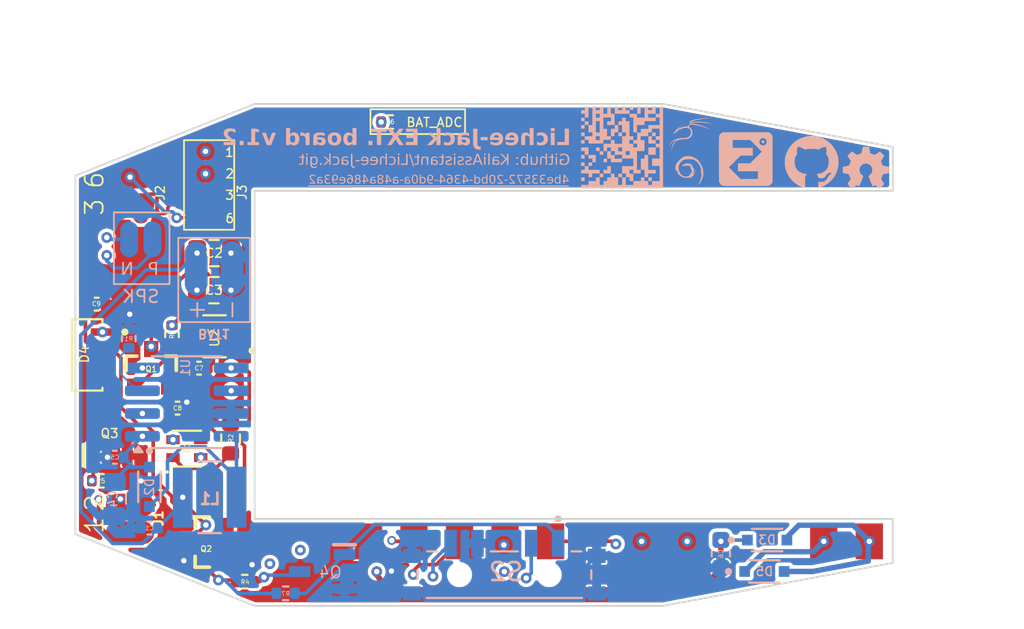
<source format=kicad_pcb>
(kicad_pcb (version 20241229) (generator "pcbnew") (generator_version "9.0")
  (title_block (title "Lichee-Jack EXT. Board") (date "2025-11-06") (rev "1.2") (company "KaliAssistant"))
  (layers (0 "F.Cu" signal) (4 "In1.Cu" signal) (6 "In2.Cu" signal) (2 "B.Cu" signal) (13 "F.Paste" user) (15 "B.Paste" user) (5 "F.SilkS" user "F.Silkscreen") (7 "B.SilkS" user "B.Silkscreen") (1 "F.Mask" user) (3 "B.Mask" user) (25 "Edge.Cuts" user))
  (net 0 "")
  (net 1 "Net-(U1-LX)")
  (net 2 "Net-(U1-VOUT)")
  (net 3 "PWR_IN")
  (net 4 "Net-(U1-VCC)")
  (net 5 "Net-(U2-VOUT)")
  (net 6 "Net-(U2-ST)")
  (net 7 "PWR_OUT")
  (net 8 "GNDREF")
  (net 9 "GPIO_27")
  (net 10 "Net-(D4-VSS)")
  (net 11 "ETH_TD-")
  (net 12 "GPIO_15")
  (net 13 "Net-(U1-{slash}STDBY)")
  (net 14 "Net-(U1-PROG)")
  (net 15 "Net-(U1-{slash}CHRG)")
  (net 17 "Net-(D1-Pad1)")
  (net 19 "GPIO_25")
  (net 20 "ADC")
  (net 24 "Net-(Q2-Pad1)")
  (net 25 "Net-(BAT1-BAT+)")
  (net 26 "ETH_TD+")
  (net 27 "ETH_RD+")
  (net 28 "ETH_RD-")
  (net 29 "SPK_VON")
  (net 30 "SPK_VOP")
  (net 31 "GPIO_24")
  (net 32 "PWR_SW")
  (footprint "LED-RGB-0603:LED_OSTB0603C1C" (layer "F.Cu") (at 58.57 77.68 90)
    (property "Reference" "D1")
    (property "Value" "OSTB0603C1C")
  )
  (footprint "ETHPAD:ETHPAD" (layer "F.Cu") (at 55.4 63.3 180)
    (property "Reference" "J2")
    (property "Value" "ETH100M_3-6")
  )
  (footprint "Resistor_SMD:R_0402_1005Metric" (layer "F.Cu") (at 61.8 85.1)
    (property "Reference" "R4")
    (property "Value" "10k")
  )
  (footprint "Resistor_SMD:R_0402_1005Metric" (layer "F.Cu") (at 57.74 71.31 -90)
    (property "Reference" "R3")
    (property "Value" "100k")
  )
  (footprint "Capacitor_SMD:C_0402_1005Metric" (layer "F.Cu") (at 59.25 73.19 180)
    (property "Reference" "C7")
    (property "Value" "1uF")
  )
  (footprint "AO3401A:SOT23-3" (layer "F.Cu") (at 56.58 73.22 -90)
    (property "Reference" "Q1")
    (property "Value" "AO3401A")
  )
  (footprint "ETHPAD:ETHCON" (layer "F.Cu") (at 59.61 62.97)
    (property "Reference" "J3")
    (property "Value" "ETH100M-1236")
  )
  (footprint "Resistor_SMD:R_0402_1005Metric" (layer "F.Cu") (at 53.78 79.47)
    (property "Reference" "R5")
    (property "Value" "10k")
  )
  (footprint "AO3400:SOT95P280X125-3N" (layer "F.Cu") (at 54.29 76.8 90)
    (property "Reference" "Q3")
    (property "Value" "AO3400")
  )
  (footprint "WS2812B-SIDE-4020:LED_WS2812B-4020" (layer "F.Cu") (at 53.01 72.45 90)
    (property "Reference" "D4")
    (property "Value" "WS2812B-4020")
  )
  (footprint "Resistor_SMD:R_0402_1005Metric" (layer "F.Cu") (at 69.92 59.46 180)
    (property "Reference" "R6")
    (property "Value" "0R")
  )
  (footprint "Capacitor_SMD:C_0402_1005Metric" (layer "F.Cu") (at 58.05 75.42)
    (property "Reference" "C8")
    (property "Value" "100nF")
  )
  (footprint "LM66100DCKX:SOT65P210X110-6N" (layer "F.Cu") (at 60.11 71.41 180)
    (property "Reference" "U2")
    (property "Value" "LM66100DCKR")
  )
  (footprint "LicheeRV-NANO:LicheeRV_Nano_MD" (layer "F.Cu") (at 80.15 72.45)
    (property "Reference" "U3" (hide yes))
    (property "Value" "LicheeRV_Nano" (hide yes))
    (fp_line (start -27.8 -10) (end -27.8 10) (stroke (width 0.1)) (layer "Edge.Cuts"))
    (fp_line (start -17.8 -14) (end -27.8 -10) (stroke (width 0.1)) (layer "Edge.Cuts"))
    (fp_line (start -17.8 -9.15) (end -17.8 9.15) (stroke (width 0.1)) (layer "Edge.Cuts"))
    (fp_line (start -17.8 -9.15) (end 17.8 -9.15) (stroke (width 0.1)) (layer "Edge.Cuts"))
    (fp_line (start -17.8 9.15) (end 17.8 9.15) (stroke (width 0.1)) (layer "Edge.Cuts"))
    (fp_line (start -17.8 14) (end -27.8 10) (stroke (width 0.1)) (layer "Edge.Cuts"))
    (fp_line (start 5 -14) (end -17.8 -14) (stroke (width 0.1)) (layer "Edge.Cuts"))
    (fp_line (start 5 -14) (end 17.8 -11.6) (stroke (width 0.1)) (layer "Edge.Cuts"))
    (fp_line (start 5 14) (end -17.8 14) (stroke (width 0.1)) (layer "Edge.Cuts"))
    (fp_line (start 5 14) (end 17.8 11.6) (stroke (width 0.1)) (layer "Edge.Cuts"))
    (fp_line (start 17.8 -11.6) (end 17.8 -9.15) (stroke (width 0.1)) (layer "Edge.Cuts"))
    (fp_line (start 17.8 9.15) (end 17.8 11.6) (stroke (width 0.1)) (layer "Edge.Cuts"))
  )
  (footprint "Capacitor_SMD:C_0805_2012Metric" (layer "F.Cu") (at 60.09 66.77)
    (property "Reference" "C2")
    (property "Value" "22uF")
  )
  (footprint "AO3401A:SOT23-3" (layer "F.Cu") (at 59.73 82.89)
    (property "Reference" "Q2")
    (property "Value" "AO3401A")
  )
  (footprint "Capacitor_SMD:C_0402_1005Metric" (layer "F.Cu") (at 53.54 69.62)
    (property "Reference" "C9")
    (property "Value" "100nF")
  )
  (footprint "Resistor_SMD:R_0603_1608Metric" (layer "F.Cu") (at 61.01 77.12 -90)
    (property "Reference" "R2")
    (property "Value" "1k")
  )
  (footprint "Capacitor_SMD:C_0805_2012Metric" (layer "F.Cu") (at 60.08 68.84)
    (property "Reference" "C3")
    (property "Value" "22uF")
  )
  (footprint "ETHPAD:ETHPAD" (layer "F.Cu") (at 55.4 81.6 180)
    (property "Reference" "J1")
    (property "Value" "ETH100M_1-2")
  )
  (footprint "Capacitor_SMD:C_0402_1005Metric" (layer "B.Cu") (at 56.48 82.11 180)
    (property "Reference" "C1")
    (property "Value" "100nF")
  )
  (footprint "ASPI-4030S-XXM-T:ASPI-4030S-XXXM-T" (layer "B.Cu") (at 59.84 80.39 180)
    (property "Reference" "L1")
    (property "Value" "10uH")
  )
  (footprint "Package_SO:SOIC-8-1EP_3.9x4.9mm_P1.27mm_EP2.29x3mm" (layer "B.Cu") (at 58.565 75.085)
    (property "Reference" "U1")
    (property "Value" "TP5400")
  )
  (footprint "PMEG4010CEJ_115:DIO_PMEG4010CEJ_115" (layer "B.Cu") (at 90.7874 84.5312)
    (property "Reference" "D5")
    (property "Value" "SS1X-323")
  )
  (footprint "AO3400:SOT95P280X125-3N" (layer "B.Cu") (at 66.11 84.54 180)
    (property "Reference" "Q4")
    (property "Value" "AO3400")
  )
  (footprint "Capacitor_SMD:C_0402_1005Metric" (layer "B.Cu") (at 54.55 78.16 180)
    (property "Reference" "C5")
    (property "Value" "100nF")
  )
  (footprint "BAT_CONN:BAT_PAD" (layer "B.Cu") (at 60.09 67.62 -90)
    (property "Reference" "BAT1")
    (property "Value" "3.7V 402030 , 200mAH")
  )
  (footprint "SPK_PAD:SPK_PAD" (layer "B.Cu") (at 56 66 180)
    (property "Reference" "J4" (hide yes))
    (property "Value" "SPEAKER_1W")
  )
  (footprint "UUID:4be33572-20bd-4364-9d0a-a48a486e93a2" (layer "B.Cu") (at 82.85 60.875 180)
    (property "Reference" "G***" (hide yes))
    (property "Value" "LOGO" (hide yes))
  )
  (footprint "ICON:sipeed_logo_3x3" (layer "B.Cu") (at 89.75 61.525 180)
    (property "Reference" "G***" (hide yes))
    (property "Value" "LOGO" (hide yes))
  )
  (footprint "Resistor_SMD:R_0402_1005Metric" (layer "B.Cu") (at 55.33 71.54 90)
    (property "Reference" "R1")
    (property "Value" "5k")
  )
  (footprint "Capacitor_SMD:C_0805_2012Metric" (layer "B.Cu") (at 54.44 80.49 -90)
    (property "Reference" "C4")
    (property "Value" "47uF")
  )
  (footprint "ICON:github_3x3" (layer "B.Cu") (at 93.425 61.675 180)
    (property "Reference" "G***" (hide yes))
    (property "Value" "LOGO" (hide yes))
  )
  (footprint "Resistor_SMD:R_0402_1005Metric" (layer "B.Cu") (at 64.08 85.75 180)
    (property "Reference" "R7")
    (property "Value" "10k")
  )
  (footprint "Capacitor_SMD:C_0603_1608Metric" (layer "B.Cu") (at 88.36 83.55 -90)
    (property "Reference" "C6")
    (property "Value" "10uF")
  )
  (footprint "PMEG4010CEJ_115:DIO_PMEG4010CEJ_115" (layer "B.Cu") (at 90.94 82.78)
    (property "Reference" "D3")
    (property "Value" "SS1X-323")
  )
  (footprint "PMEG4010CEJ_115:DIO_PMEG4010CEJ_115" (layer "B.Cu") (at 56.48 79.81 -90)
    (property "Reference" "D2")
    (property "Value" "SS1X-323")
  )
  (footprint "ICON:kali_2_5x2_5" (layer "B.Cu") (at 86.75 60.175 180)
    (property "Reference" "G***" (hide yes))
    (property "Value" "LOGO" (hide yes))
  )
  (footprint "EG1315AA:SW_EG1315AA" (layer "B.Cu") (at 76.28 84.71 180)
    (property "Reference" "S2")
    (property "Value" "EG1315AA_MOD_SW")
  )
  (footprint "ICON:debian_2x2" (layer "B.Cu") (at 86.6 62.175 180)
    (property "Reference" "G***" (hide yes))
    (property "Value" "LOGO" (hide yes))
  )
  (footprint "ICON:oshw_3x3" (layer "B.Cu") (at 96.45 62 180)
    (property "Reference" "G***" (hide yes))
    (property "Value" "LOGO" (hide yes))
  )
  (gr_rect (start 68.81 58.75) (end 74.09 60.13) (stroke (width 0.1)) (fill no) (layer "F.SilkS"))
  (gr_line (start 65.375 63.025) (end 79.85 63.025) (stroke (width 0.06)) (layer "B.SilkS"))
  (gr_rect (start 54.5 64.5) (end 57.6 68.5) (stroke (width 0.1)) (fill no) (layer "B.SilkS"))
  (gr_text "2" (at 54 81.25 90) (layer "F.SilkS") (effects (font (size 1 1) (thickness 0.1)) (justify left bottom)))
  (gr_text "1" (at 54 82.5 90) (layer "F.SilkS") (effects (font (size 1 1) (thickness 0.1)) (justify left bottom)))
  (gr_text "6" (at 54 63.25 90) (layer "F.SilkS") (effects (font (size 1 1) (thickness 0.1)) (justify left bottom)))
  (gr_text "BAT_ADC" (at 70.77 59.77 0) (layer "F.SilkS") (effects (font (size 0.5 0.5) (thickness 0.08)) (justify left bottom)))
  (gr_text "3" (at 54 64.75 90) (layer "F.SilkS") (effects (font (size 1 1) (thickness 0.1)) (justify left bottom)))
  (gr_text "SPK" (at 57.1 69.6 0) (layer "B.SilkS") (effects (font (size 0.7 0.7) (thickness 0.1)) (justify left bottom mirror)))
  (gr_text "Lichee-Jack EXT. board v1.2" (at 80 60.9 0) (layer "B.SilkS") (effects (font (size 0.9 0.9) (thickness 0.22) (bold yes)) (justify left bottom mirror)))
  (gr_text "N" (at 55.6 68.1 0) (layer "B.SilkS") (effects (font (size 0.7 0.7) (thickness 0.1)) (justify left bottom mirror)))
  (gr_text "4be33572-20bd-4364-9d0a-a48a486e93a2" (at 79.9 62.975 0) (layer "B.SilkS") (effects (font (size 0.48 0.48) (thickness 0.1)) (justify left bottom mirror)))
  (gr_text "P" (at 57 68.1 0) (layer "B.SilkS") (effects (font (size 0.7 0.7) (thickness 0.1)) (justify left bottom mirror)))
  (gr_text "Github: KaliAssistant/Lichee-Jack.git" (at 79.95 61.95 0) (layer "B.SilkS") (effects (font (size 0.6 0.6) (thickness 0.1)) (justify left bottom mirror)))
  (segment (start 59.593943 77.579) (end 61.34 79.325057) (width 0.2) (layer "B.Cu") (net 1))
  (segment (start 56.48 80.91) (end 57.489 79.901) (width 0.2) (layer "B.Cu") (net 1))
  (segment (start 58.299 77.579) (end 59.593943 77.579) (width 0.2) (layer "B.Cu") (net 1))
  (segment (start 57.489 79.901) (end 57.489 78.389) (width 0.2) (layer "B.Cu") (net 1))
  (segment (start 61.339999 77.289999) (end 61.04 76.99) (width 0.2) (layer "B.Cu") (net 1))
  (segment (start 57.489 78.389) (end 58.299 77.579) (width 0.2) (layer "B.Cu") (net 1))
  (segment (start 61.34 79.325057) (end 61.34 80.39) (width 0.2) (layer "B.Cu") (net 1))
  (segment (start 61.34 80.39) (end 61.339999 77.289999) (width 0.2) (layer "B.Cu") (net 1))
  (segment (start 59.61516 67.814) (end 58.64484 67.814) (width 0.2) (layer "F.Cu") (net 2))
  (segment (start 59.931 69.621) (end 59.931 68.12984) (width 0.2) (layer "F.Cu") (net 2))
  (segment (start 61.07 70.76) (end 59.931 69.621) (width 0.2) (layer "F.Cu") (net 2))
  (segment (start 59.931 68.12984) (end 59.61516 67.814) (width 0.2) (layer "F.Cu") (net 2))
  (segment (start 56.58 69.87884) (end 56.58 71.98) (width 0.2) (layer "F.Cu") (net 2))
  (segment (start 56.58 71.98) (end 56.58 72.12) (width 0.2) (layer "F.Cu") (net 2))
  (segment (start 58.64484 67.814) (end 56.58 69.87884) (width 0.2) (layer "F.Cu") (net 2))
  (via (at 56.09 76.99) (size 0.6) (drill 0.3) (layers "F.Cu" "B.Cu") (net 2))
  (via (at 56.58 71.98) (size 0.6) (drill 0.3) (layers "F.Cu" "B.Cu") (net 2))
  (segment (start 54.44 79.54) (end 55.27 78.71) (width 0.2) (layer "B.Cu") (net 2))
  (segment (start 55.58 78.71) (end 55.03 78.16) (width 0.2) (layer "B.Cu") (net 2))
  (segment (start 55.03 78.16) (end 55.03 78.05) (width 0.2) (layer "B.Cu") (net 2))
  (segment (start 56.48 78.71) (end 55.58 78.71) (width 0.2) (layer "B.Cu") (net 2))
  (segment (start 55.27 78.71) (end 55.58 78.71) (width 0.2) (layer "B.Cu") (net 2))
  (segment (start 55.03 78.05) (end 56.09 76.99) (width 0.2) (layer "B.Cu") (net 2))
  (segment (start 57.74 70.8) (end 58.281 70.259) (width 0.2) (layer "F.Cu") (net 3))
  (segment (start 60.046 70.463226) (end 60.046 71.631) (width 0.2) (layer "F.Cu") (net 3))
  (segment (start 59.73 73.19) (end 60.046 72.874) (width 0.2) (layer "F.Cu") (net 3))
  (segment (start 60.046 72.874) (end 60.046 71.631) (width 0.2) (layer "F.Cu") (net 3))
  (segment (start 60.046 71.631) (end 60.475 72.06) (width 0.2) (layer "F.Cu") (net 3))
  (segment (start 59.841774 70.259) (end 60.046 70.463226) (width 0.2) (layer "F.Cu") (net 3))
  (segment (start 58.281 70.259) (end 59.841774 70.259) (width 0.2) (layer "F.Cu") (net 3))
  (segment (start 60.475 72.06) (end 61.07 72.06) (width 0.2) (layer "F.Cu") (net 3))
  (via (at 96.64 82.85) (size 0.6) (drill 0.3) (layers "F.Cu" "B.Cu") (net 3))
  (via (at 57.74 70.8) (size 0.6) (drill 0.3) (layers "F.Cu" "B.Cu") (net 3))
  (segment (start 95.741 81.951) (end 92.709 81.951) (width 0.3) (layer "B.Cu") (net 3))
  (segment (start 92.04 82.62) (end 92.04 82.78) (width 0.3) (layer "B.Cu") (net 3))
  (segment (start 93.478978 84.5312) (end 96.583881 83.949031) (width 0.3) (layer "B.Cu") (net 3))
  (segment (start 92.709 81.951) (end 92.04 82.62) (width 0.3) (layer "B.Cu") (net 3))
  (segment (start 91.8874 84.5312) (end 93.478978 84.5312) (width 0.3) (layer "B.Cu") (net 3))
  (segment (start 96.583881 82.906119) (end 96.64 82.85) (width 0.3) (layer "B.Cu") (net 3))
  (segment (start 96.64 82.85) (end 95.741 81.951) (width 0.3) (layer "B.Cu") (net 3))
  (segment (start 96.583881 83.949031) (end 96.583881 82.906119) (width 0.3) (layer "B.Cu") (net 3))
  (segment (start 69.160632 84.537898) (end 69.160632 84.744663) (width 0.3) (layer "F.Cu") (net 4))
  (segment (start 61.01 76.295) (end 61.874 76.295) (width 0.2) (layer "F.Cu") (net 4))
  (segment (start 62.049 73.429) (end 61.8 73.18) (width 0.2) (layer "F.Cu") (net 4))
  (segment (start 87.199 85.561) (end 88.36 84.4) (width 0.3) (layer "F.Cu") (net 4))
  (segment (start 88.36 84.4) (end 88.36 82.849) (width 0.3) (layer "F.Cu") (net 4))
  (segment (start 69.160632 84.744663) (end 69.299 84.883031) (width 0.3) (layer "F.Cu") (net 4))
  (segment (start 61.8 73.18) (end 61.04 73.18) (width 0.2) (layer "F.Cu") (net 4))
  (segment (start 69.299 84.929) (end 69.931 85.561) (width 0.3) (layer "F.Cu") (net 4))
  (segment (start 69.931 85.561) (end 87.199 85.561) (width 0.3) (layer "F.Cu") (net 4))
  (segment (start 62.049 76.12) (end 62.049 73.429) (width 0.2) (layer "F.Cu") (net 4))
  (segment (start 61.874 76.295) (end 62.049 76.12) (width 0.2) (layer "F.Cu") (net 4))
  (segment (start 69.299 84.883031) (end 69.299 84.929) (width 0.3) (layer "F.Cu") (net 4))
  (via (at 69.160632 84.537898) (size 0.6) (drill 0.3) (layers "F.Cu" "B.Cu") (net 4))
  (via (at 88.36 82.849) (size 0.6) (drill 0.3) (layers "F.Cu" "B.Cu") (net 4))
  (via (at 61.04 73.18) (size 0.6) (drill 0.3) (layers "F.Cu" "B.Cu") (net 4))
  (segment (start 89.84 82.78) (end 88.365 82.78) (width 0.2) (layer "B.Cu") (net 4))
  (segment (start 88.365 82.78) (end 88.36 82.775) (width 0.2) (layer "B.Cu") (net 4))
  (segment (start 61.01355 81.65645) (end 61.786 80.884) (width 0.2) (layer "F.Cu") (net 5))
  (segment (start 59.979 82.691) (end 60.73 81.94) (width 0.2) (layer "F.Cu") (net 5))
  (segment (start 60.402 77.01) (end 59.423 76.031) (width 0.2) (layer "F.Cu") (net 5))
  (segment (start 59.423 76.031) (end 58.181 76.031) (width 0.2) (layer "F.Cu") (net 5))
  (segment (start 60.33 85.01) (end 61.2 85.01) (width 0.2) (layer "F.Cu") (net 5))
  (segment (start 61.264064 77.01) (end 60.402 77.01) (width 0.2) (layer "F.Cu") (net 5))
  (segment (start 60.33 85.01) (end 59.979 84.659) (width 0.2) (layer "F.Cu") (net 5))
  (segment (start 57.53 74.22) (end 57.53 73.085) (width 0.2) (layer "F.Cu") (net 5))
  (segment (start 57.57 75.42) (end 57.57 74.26) (width 0.2) (layer "F.Cu") (net 5))
  (segment (start 57.57 74.26) (end 57.53 74.22) (width 0.2) (layer "F.Cu") (net 5))
  (segment (start 59.979 84.659) (end 59.979 82.691) (width 0.2) (layer "F.Cu") (net 5))
  (segment (start 58.181 76.031) (end 57.57 75.42) (width 0.2) (layer "F.Cu") (net 5))
  (segment (start 61.786 77.531936) (end 61.264064 77.01) (width 0.2) (layer "F.Cu") (net 5))
  (segment (start 57.53 73.085) (end 58.555 72.06) (width 0.2) (layer "F.Cu") (net 5))
  (segment (start 61.786 80.884) (end 61.786 77.531936) (width 0.2) (layer "F.Cu") (net 5))
  (segment (start 58.555 72.06) (end 59.15 72.06) (width 0.2) (layer "F.Cu") (net 5))
  (segment (start 61.2 85.01) (end 61.29 85.1) (width 0.2) (layer "F.Cu") (net 5))
  (via (at 60.33 85.01) (size 0.6) (drill 0.3) (layers "F.Cu" "B.Cu") (net 5))
  (segment (start 60.683124 85.01) (end 61.431562 85.758438) (width 0.2) (layer "B.Cu") (net 5))
  (segment (start 60.33 85.01) (end 60.683124 85.01) (width 0.2) (layer "B.Cu") (net 5))
  (segment (start 63.57 85.75) (end 63.561562 85.758438) (width 0.2) (layer "B.Cu") (net 5))
  (segment (start 63.561562 85.758438) (end 61.431562 85.758438) (width 0.2) (layer "B.Cu") (net 5))
  (segment (start 55.8279 74.22) (end 57.74 72.3079) (width 0.2) (layer "F.Cu") (net 6))
  (segment (start 57.74 71.82) (end 58.15 71.41) (width 0.2) (layer "F.Cu") (net 6))
  (segment (start 58.15 71.41) (end 59.15 71.41) (width 0.2) (layer "F.Cu") (net 6))
  (segment (start 55.63 74.22) (end 55.8279 74.22) (width 0.2) (layer "F.Cu") (net 6))
  (segment (start 57.74 72.3079) (end 57.74 71.82) (width 0.2) (layer "F.Cu") (net 6))
  (segment (start 59.63 81.94) (end 58.681 80.991) (width 0.2) (layer "F.Cu") (net 7))
  (segment (start 58.681 80.991) (end 58.091057 80.991) (width 0.2) (layer "F.Cu") (net 7))
  (segment (start 58.68 82.89) (end 59.63 81.94) (width 0.2) (layer "F.Cu") (net 7))
  (segment (start 58.63 82.89) (end 58.68 82.89) (width 0.2) (layer "F.Cu") (net 7))
  (segment (start 57.739 80.638943) (end 57.739 80.349) (width 0.2) (layer "F.Cu") (net 7))
  (segment (start 53.06 69.62) (end 52.909 69.771) (width 0.2) (layer "F.Cu") (net 7))
  (segment (start 52.909 69.771) (end 52.909 71.686) (width 0.2) (layer "F.Cu") (net 7))
  (segment (start 57.739 80.349) (end 56.691 79.301) (width 0.2) (layer "F.Cu") (net 7))
  (segment (start 55.841057 76.321) (end 54.891 75.370943) (width 0.2) (layer "F.Cu") (net 7))
  (segment (start 53.248 72.025) (end 53.86 72.025) (width 0.2) (layer "F.Cu") (net 7))
  (segment (start 54.891 75.370943) (end 54.891 72.616) (width 0.2) (layer "F.Cu") (net 7))
  (segment (start 54.3 72.025) (end 53.86 72.025) (width 0.2) (layer "F.Cu") (net 7))
  (segment (start 56.691 79.301) (end 56.691 76.741057) (width 0.2) (layer "F.Cu") (net 7))
  (segment (start 54.891 72.616) (end 54.3 72.025) (width 0.2) (layer "F.Cu") (net 7))
  (segment (start 58.091057 80.991) (end 57.739 80.638943) (width 0.2) (layer "F.Cu") (net 7))
  (segment (start 56.270943 76.321) (end 55.841057 76.321) (width 0.2) (layer "F.Cu") (net 7))
  (segment (start 56.691 76.741057) (end 56.270943 76.321) (width 0.2) (layer "F.Cu") (net 7))
  (segment (start 52.909 71.686) (end 53.248 72.025) (width 0.2) (layer "F.Cu") (net 7))
  (via (at 94.1 82.85) (size 0.6) (drill 0.3) (layers "F.Cu" "B.Cu") (net 7))
  (via (at 59.63 81.94) (size 0.6) (drill 0.3) (layers "F.Cu" "B.Cu") (net 7))
  (via (at 64.897998 83.34) (size 0.6) (drill 0.3) (layers "F.Cu" "B.Cu") (net 7))
  (via (at 76.28 84.54) (size 0.6) (drill 0.3) (layers "F.Cu" "B.Cu") (net 7))
  (segment (start 93.519 83.431) (end 94.1 82.85) (width 0.3) (layer "B.Cu") (net 7))
  (segment (start 89.6874 84.5312) (end 90.7876 83.431) (width 0.3) (layer "B.Cu") (net 7))
  (segment (start 90.7876 83.431) (end 93.519 83.431) (width 0.3) (layer "B.Cu") (net 7))
  (segment (start 61.612774 71.41) (end 61.966 71.056774) (width 0.2) (layer "F.Cu") (net 8))
  (segment (start 57.338 80.5151) (end 56.417368 79.594468) (width 0.2) (layer "F.Cu") (net 8))
  (segment (start 55.3825 70.1825) (end 54.5825 70.1825) (width 0.2) (layer "F.Cu") (net 8))
  (segment (start 55.59 79.47) (end 54.29 79.47) (width 0.2) (layer "F.Cu") (net 8))
  (segment (start 58.565 73.395) (end 58.77 73.19) (width 0.2) (layer "F.Cu") (net 8))
  (segment (start 58.565 75.085) (end 58.565 73.395) (width 0.2) (layer "F.Cu") (net 8))
  (segment (start 54.250002 78.05) (end 54.140002 78.16) (width 0.2) (layer "F.Cu") (net 8))
  (segment (start 56.1229 79.594468) (end 56.007872 79.47944) (width 0.2) (layer "F.Cu") (net 8))
  (segment (start 54.29 79) (end 55.24 78.05) (width 0.2) (layer "F.Cu") (net 8))
  (segment (start 61.03 66.77) (end 61.03 63.31) (width 0.2) (layer "F.Cu") (net 8))
  (segment (start 61.966 69.776) (end 61.03 68.84) (width 0.2) (layer "F.Cu") (net 8))
  (segment (start 58.06247 83.591) (end 57.879 83.591) (width 0.2) (layer "F.Cu") (net 8))
  (segment (start 57.338 80.805043) (end 57.338 80.5151) (width 0.2) (layer "F.Cu") (net 8))
  (segment (start 56.417368 79.594468) (end 56.1229 79.594468) (width 0.2) (layer "F.Cu") (net 8))
  (segment (start 58.400736 83.929266) (end 58.06247 83.591) (width 0.2) (layer "F.Cu") (net 8))
  (segment (start 55.59944 79.47944) (end 55.59 79.47) (width 0.2) (layer "F.Cu") (net 8))
  (segment (start 68.05 62.7) (end 68.7 62.05) (width 0.2) (layer "F.Cu") (net 8))
  (segment (start 64.649055 82.739) (end 65.146941 82.739) (width 0.2) (layer "F.Cu") (net 8))
  (segment (start 68.321263 82.85) (end 69.980263 84.509) (width 0.2) (layer "F.Cu") (net 8))
  (segment (start 61.64 62.7) (end 68.05 62.7) (width 0.2) (layer "F.Cu") (net 8))
  (segment (start 68.7 83.228737) (end 69.980263 84.509) (width 0.2) (layer "F.Cu") (net 8))
  (segment (start 54.44 79.62) (end 54.29 79.47) (width 0.2) (layer "F.Cu") (net 8))
  (segment (start 64.538055 82.85) (end 64.649055 82.739) (width 0.2) (layer "F.Cu") (net 8))
  (segment (start 62.209528 83.690472) (end 63.05 82.85) (width 0.2) (layer "F.Cu") (net 8))
  (segment (start 63.05 82.85) (end 64.538055 82.85) (width 0.2) (layer "F.Cu") (net 8))
  (segment (start 61.03 63.31) (end 61.64 62.7) (width 0.2) (layer "F.Cu") (net 8))
  (segment (start 62.209528 84.151) (end 62.209528 83.690472) (width 0.2) (layer "F.Cu") (net 8))
  (segment (start 54.29 79.47) (end 54.29 79) (width 0.2) (layer "F.Cu") (net 8))
  (segment (start 54.5825 70.1825) (end 54.02 69.62) (width 0.2) (layer "F.Cu") (net 8))
  (segment (start 57.879 83.591) (end 57.879 81.346043) (width 0.2) (layer "F.Cu") (net 8))
  (segment (start 61.07 71.41) (end 61.612774 71.41) (width 0.2) (layer "F.Cu") (net 8))
  (segment (start 55.24 78.05) (end 54.250002 78.05) (width 0.2) (layer "F.Cu") (net 8))
  (segment (start 65.257941 82.85) (end 68.321263 82.85) (width 0.2) (layer "F.Cu") (net 8))
  (segment (start 56.007872 79.47944) (end 55.59944 79.47944) (width 0.2) (layer "F.Cu") (net 8))
  (segment (start 68.7 82.85) (end 68.7 83.228737) (width 0.2) (layer "F.Cu") (net 8))
  (segment (start 61.966 71.056774) (end 61.966 69.776) (width 0.2) (layer "F.Cu") (net 8))
  (segment (start 57.879 81.346043) (end 57.338 80.805043) (width 0.2) (layer "F.Cu") (net 8))
  (segment (start 65.146941 82.739) (end 65.257941 82.85) (width 0.2) (layer "F.Cu") (net 8))
  (via (at 62.209528 84.151) (size 0.6) (drill 0.3) (layers "F.Cu" "B.Cu") (net 8))
  (via (at 61.03 68.84) (size 0.6) (drill 0.3) (layers "F.Cu" "B.Cu") (net 8))
  (via (at 58.400736 83.929266) (size 0.6) (drill 0.3) (layers "F.Cu" "B.Cu") (net 8))
  (via (at 55.3825 70.1825) (size 0.6) (drill 0.3) (layers "F.Cu" "B.Cu") (net 8))
  (via (at 54.140002 78.16) (size 0.6) (drill 0.3) (layers "F.Cu" "B.Cu") (net 8))
  (via (at 56.007872 79.47944) (size 0.6) (drill 0.3) (layers "F.Cu" "B.Cu") (net 8))
  (via (at 58.565 75.085) (size 0.6) (drill 0.3) (layers "F.Cu" "B.Cu") (net 8))
  (via (at 69.980263 84.509) (size 0.6) (drill 0.3) (layers "F.Cu" "B.Cu") (net 8))
  (via (at 61.03 66.77) (size 0.6) (drill 0.3) (layers "F.Cu" "B.Cu") (net 8))
  (segment (start 69.371263 83.9) (end 69.980263 84.509) (width 0.2) (layer "B.Cu") (net 8))
  (segment (start 88.324 84.361) (end 80.261785 84.361) (width 0.2) (layer "B.Cu") (net 8))
  (segment (start 54.935 81.445) (end 54.445 81.445) (width 0.2) (layer "B.Cu") (net 8))
  (segment (start 61.03 68.84) (end 61.03 69.985) (width 0.2) (layer "B.Cu") (net 8))
  (segment (start 54.445 81.445) (end 54.44 81.44) (width 0.2) (layer "B.Cu") (net 8))
  (segment (start 58.565 72.45) (end 60.05 70.965) (width 0.2) (layer "B.Cu") (net 8))
  (segment (start 80.261785 84.361) (end 79.111785 85.511) (width 0.2) (layer "B.Cu") (net 8))
  (segment (start 70.829263 83.66) (end 69.980263 84.509) (width 0.2) (layer "B.Cu") (net 8))
  (segment (start 69.980263 84.780263) (end 69.980263 84.509) (width 0.2) (layer "B.Cu") (net 8))
  (segment (start 71.13 83.66) (end 70.829263 83.66) (width 0.2) (layer "B.Cu") (net 8))
  (segment (start 58.870002 83.46) (end 58.400736 83.929266) (width 0.2) (layer "B.Cu") (net 8))
  (segment (start 81.43 85.76) (end 81.43 85.281) (width 0.2) (layer "B.Cu") (net 8))
  (segment (start 73.822785 85.8) (end 74.111785 85.511) (width 0.2) (layer "B.Cu") (net 8))
  (segment (start 67.36 85.49) (end 68.95 83.9) (width 0.2) (layer "B.Cu") (net 8))
  (segment (start 56.007872 79.47944) (end 55.41 80.077312) (width 0.2) (layer "B.Cu") (net 8))
  (segment (start 80.729 84.361) (end 80.51 84.361) (width 0.2) (layer "B.Cu") (net 8))
  (segment (start 68.95 83.9) (end 69.371263 83.9) (width 0.2) (layer "B.Cu") (net 8))
  (segment (start 74.111785 85.511) (end 74.78 84.842785) (width 0.2) (layer "B.Cu") (net 8))
  (segment (start 55.41 80.97) (end 54.935 81.445) (width 0.2) (layer "B.Cu") (net 8))
  (segment (start 59.2 75.72) (end 58.565 75.085) (width 0.2) (layer "B.Cu") (net 8))
  (segment (start 62.209528 84.151) (end 62.209528 84.139528) (width 0.2) (layer "B.Cu") (net 8))
  (segment (start 62.209528 84.139528) (end 61.53 83.46) (width 0.2) (layer "B.Cu") (net 8))
  (segment (start 74.78 84.842785) (end 74.78 82.96) (width 0.2) (layer "B.Cu") (net 8))
  (segment (start 55.33 71.03) (end 55.33 70.235) (width 0.2) (layer "B.Cu") (net 8))
  (segment (start 81.43 85.281) (end 80.51 84.361) (width 0.2) (layer "B.Cu") (net 8))
  (segment (start 81.43 83.66) (end 80.729 84.361) (width 0.2) (layer "B.Cu") (net 8))
  (segment (start 71.13 85.76) (end 70.96 85.76) (width 0.2) (layer "B.Cu") (net 8))
  (segment (start 56 82.11) (end 55.11 82.11) (width 0.2) (layer "B.Cu") (net 8))
  (segment (start 69.980263 84.509) (end 69.980263 84.610263) (width 0.2) (layer "B.Cu") (net 8))
  (segment (start 61.03 68.84) (end 61.03 66.77) (width 0.2) (layer "B.Cu") (net 8))
  (segment (start 55.11 82.11) (end 54.44 81.44) (width 0.2) (layer "B.Cu") (net 8))
  (segment (start 80.51 84.361) (end 80.261785 84.361) (width 0.2) (layer "B.Cu") (net 8))
  (segment (start 57.15 68.415) (end 57.5 68.415) (width 0.2) (layer "B.Cu") (net 8))
  (segment (start 58.565 75.085) (end 58.565 72.45) (width 0.2) (layer "B.Cu") (net 8))
  (segment (start 61.03 69.985) (end 60.05 70.965) (width 0.2) (layer "B.Cu") (net 8))
  (segment (start 61.53 83.46) (end 58.870002 83.46) (width 0.2) (layer "B.Cu") (net 8))
  (segment (start 55.3825 70.1825) (end 57.15 68.415) (width 0.2) (layer "B.Cu") (net 8))
  (segment (start 61.04 75.72) (end 59.2 75.72) (width 0.2) (layer "B.Cu") (net 8))
  (segment (start 71.17 85.8) (end 73.822785 85.8) (width 0.2) (layer "B.Cu") (net 8))
  (segment (start 55.41 80.077312) (end 55.41 80.97) (width 0.2) (layer "B.Cu") (net 8))
  (segment (start 88.36 84.325) (end 88.324 84.361) (width 0.2) (layer "B.Cu") (net 8))
  (segment (start 79.111785 85.511) (end 74.111785 85.511) (width 0.2) (layer "B.Cu") (net 8))
  (segment (start 70.881 85.511) (end 71.17 85.8) (width 0.2) (layer "B.Cu") (net 8))
  (segment (start 57.5 68.415) (end 60.05 70.965) (width 0.2) (layer "B.Cu") (net 8))
  (segment (start 70.96 85.76) (end 69.980263 84.780263) (width 0.2) (layer "B.Cu") (net 8))
  (segment (start 55.33 70.235) (end 55.3825 70.1825) (width 0.2) (layer "B.Cu") (net 8))
  (segment (start 53.34 79.4) (end 53.27 79.47) (width 0.2) (layer "F.Cu") (net 9))
  (segment (start 53.34 78.05) (end 53.34 79.4) (width 0.2) (layer "F.Cu") (net 9))
  (via (at 53.265 79.47) (size 0.5) (drill 0.3) (layers "F.Cu" "B.Cu") (net 9))
  (via (at 83.94 82.85) (size 0.6) (drill 0.3) (layers "F.Cu" "B.Cu") (net 9))
  (segment (start 54.29 75.55) (end 54.29 74.155) (width 0.2) (layer "F.Cu") (net 10))
  (segment (start 54.29 74.155) (end 53.86 73.725) (width 0.2) (layer "F.Cu") (net 10))
  (segment (start 56.75 80.82) (end 55.4 80.82) (width 0.2) (layer "F.Cu") (net 11))
  (via (at 59.61 62.345) (size 0.6) (drill 0.3) (layers "F.Cu" "B.Cu") (net 11))
  (via (at 54.86 80.49) (size 0.5) (drill 0.3) (layers "F.Cu" "B.Cu") (net 11))
  (segment (start 70.05 82.85) (end 71.24 82.85) (width 0.2) (layer "F.Cu") (net 12))
  (segment (start 70 82.8) (end 70.05 82.85) (width 0.2) (layer "F.Cu") (net 12))
  (via (at 77.5 84.9) (size 0.6) (drill 0.3) (layers "F.Cu" "B.Cu") (net 12))
  (via (at 70 82.8) (size 0.5) (drill 0.3) (layers "F.Cu" "B.Cu") (net 12))
  (segment (start 77.78 84.62) (end 77.5 84.9) (width 0.2) (layer "B.Cu") (net 12))
  (segment (start 77.78 82.96) (end 77.78 84.62) (width 0.2) (layer "B.Cu") (net 12))
  (via (at 59.345 78.18) (size 0.6) (drill 0.3) (layers "F.Cu" "B.Cu") (net 13))
  (via (at 56.09 73.18) (size 0.5) (drill 0.3) (layers "F.Cu" "B.Cu") (net 13))
  (segment (start 55.813744 74.45) (end 54.864 73.500256) (width 0.1) (layer "B.Cu") (net 14))
  (segment (start 56.09 74.45) (end 55.813744 74.45) (width 0.1) (layer "B.Cu") (net 14))
  (segment (start 54.864 73.500256) (end 54.864 72.516) (width 0.1) (layer "B.Cu") (net 14))
  (segment (start 54.864 72.516) (end 55.33 72.05) (width 0.1) (layer "B.Cu") (net 14))
  (via (at 56.09 75.72) (size 0.6) (drill 0.3) (layers "F.Cu" "B.Cu") (net 15))
  (via (at 57.795 77.18) (size 0.6) (drill 0.3) (layers "F.Cu" "B.Cu") (net 15))
  (segment (start 57.795 78.18) (end 58.396 78.781) (width 0.2) (layer "F.Cu") (net 17))
  (segment (start 60.174 78.781) (end 61.01 77.945) (width 0.2) (layer "F.Cu") (net 17))
  (segment (start 58.396 78.781) (end 60.174 78.781) (width 0.2) (layer "F.Cu") (net 17))
  (via (at 53.86 71.175) (size 0.6) (drill 0.3) (layers "F.Cu" "B.Cu") (net 19))
  (via (at 86.48 82.85) (size 0.6) (drill 0.3) (layers "F.Cu" "B.Cu") (net 19))
  (segment (start 73.78 61.8) (end 73.78 62.05) (width 0.2) (layer "F.Cu") (net 20))
  (segment (start 71.265094 59.535094) (end 73.78 62.05) (width 0.2) (layer "F.Cu") (net 20))
  (segment (start 70.43 59.46) (end 70.505094 59.535094) (width 0.2) (layer "F.Cu") (net 20))
  (segment (start 70.505094 59.535094) (end 71.265094 59.535094) (width 0.2) (layer "F.Cu") (net 20))
  (segment (start 60.73 83.84) (end 61.05 83.84) (width 0.2) (layer "F.Cu") (net 24))
  (segment (start 62.868529 84.851471) (end 62.62 85.1) (width 0.2) (layer "F.Cu") (net 24))
  (segment (start 62.62 85.1) (end 62.31 85.1) (width 0.2) (layer "F.Cu") (net 24))
  (segment (start 61.05 83.84) (end 62.31 85.1) (width 0.2) (layer "F.Cu") (net 24))
  (segment (start 62.870056 84.851471) (end 62.868529 84.851471) (width 0.2) (layer "F.Cu") (net 24))
  (via (at 62.870056 84.851471) (size 0.6) (drill 0.3) (layers "F.Cu" "B.Cu") (net 24))
  (segment (start 62.986527 84.735) (end 64.665 84.735) (width 0.2) (layer "B.Cu") (net 24))
  (segment (start 62.870056 84.851471) (end 62.986527 84.735) (width 0.2) (layer "B.Cu") (net 24))
  (segment (start 64.665 84.735) (end 64.86 84.54) (width 0.2) (layer "B.Cu") (net 24))
  (via (at 59.14 66.77) (size 0.6) (drill 0.3) (layers "F.Cu" "B.Cu") (net 25))
  (via (at 69.41 59.46) (size 0.6) (drill 0.3) (layers "F.Cu" "B.Cu") (net 25))
  (via (at 59.13 68.84) (size 0.6) (drill 0.3) (layers "F.Cu" "B.Cu") (net 25))
  (via (at 61.04 74.45) (size 0.6) (drill 0.3) (layers "F.Cu" "B.Cu") (net 25))
  (via (at 58.34 80.39) (size 0.6) (drill 0.3) (layers "F.Cu" "B.Cu") (net 25))
  (segment (start 56.12755 82.93245) (end 56.091084 82.968916) (width 0.2) (layer "B.Cu") (net 25))
  (segment (start 54.417056 82.952636) (end 52.651 81.18658) (width 0.2) (layer "B.Cu") (net 25))
  (segment (start 56.12755 82.92) (end 56.12755 82.93245) (width 0.2) (layer "B.Cu") (net 25))
  (segment (start 56.3 67.7) (end 58.2 67.7) (width 0.2) (layer "B.Cu") (net 25))
  (segment (start 59.13 68.84) (end 59.13 66.78) (width 0.2) (layer "B.Cu") (net 25))
  (segment (start 56.091084 82.968916) (end 54.457756 82.968916) (width 0.2) (layer "B.Cu") (net 25))
  (segment (start 58.2 67.7) (end 58.735 67.165) (width 0.2) (layer "B.Cu") (net 25))
  (segment (start 52.651 71.349) (end 56.3 67.7) (width 0.2) (layer "B.Cu") (net 25))
  (segment (start 58.745 67.165) (end 59.14 66.77) (width 0.2) (layer "B.Cu") (net 25))
  (segment (start 58.34 80.39) (end 58.34 80.70755) (width 0.2) (layer "B.Cu") (net 25))
  (segment (start 52.651 81.18658) (end 52.651 71.349) (width 0.2) (layer "B.Cu") (net 25))
  (segment (start 54.457756 82.968916) (end 54.417056 82.952636) (width 0.2) (layer "B.Cu") (net 25))
  (segment (start 59.13 66.78) (end 59.14 66.77) (width 0.2) (layer "B.Cu") (net 25))
  (segment (start 58.34 80.70755) (end 56.12755 82.92) (width 0.2) (layer "B.Cu") (net 25))
  (segment (start 58.735 67.165) (end 58.745 67.165) (width 0.2) (layer "B.Cu") (net 25))
  (segment (start 54.05 82.37) (end 53.646119 81.966119) (width 0.2) (layer "F.Cu") (net 26))
  (segment (start 55.4 82.37) (end 54.05 82.37) (width 0.2) (layer "F.Cu") (net 26))
  (segment (start 53.646119 81.966119) (end 53.646119 80.516836) (width 0.2) (layer "F.Cu") (net 26))
  (via (at 59.61 61.095) (size 0.6) (drill 0.3) (layers "F.Cu" "B.Cu") (net 26))
  (via (at 53.646119 80.516836) (size 0.5) (drill 0.3) (layers "F.Cu" "B.Cu") (net 26))
  (segment (start 55.944412 65.009476) (end 56.064412 65.009476) (width 0.2) (layer "F.Cu") (net 27))
  (segment (start 56.904412 64.31) (end 56.904412 64.319479) (width 0.2) (layer "F.Cu") (net 27))
  (segment (start 59.018032 63.595) (end 59.61 63.595) (width 0.2) (layer "F.Cu") (net 27))
  (segment (start 55.704412 64.31) (end 55.704412 64.769476) (width 0.2) (layer "F.Cu") (net 27))
  (segment (start 55.4 64.07) (end 55.464412 64.07) (width 0.2) (layer "F.Cu") (net 27))
  (segment (start 58.499331 64.07) (end 58.543032 64.07) (width 0.2) (layer "F.Cu") (net 27))
  (segment (start 57.144412 64.559479) (end 57.264412 64.559479) (width 0.2) (layer "F.Cu") (net 27))
  (segment (start 57.864412 64.07) (end 58.499331 64.07) (width 0.2) (layer "F.Cu") (net 27))
  (segment (start 56.304412 64.769476) (end 56.304412 64.31) (width 0.2) (layer "F.Cu") (net 27))
  (segment (start 56.904412 63.720509) (end 56.904412 64.07) (width 0.2) (layer "F.Cu") (net 27))
  (segment (start 57.504412 64.319479) (end 57.504412 64.31) (width 0.2) (layer "F.Cu") (net 27))
  (segment (start 58.543032 64.07) (end 59.018032 63.595) (width 0.2) (layer "F.Cu") (net 27))
  (segment (start 56.544412 63.480509) (end 56.664412 63.480509) (width 0.2) (layer "F.Cu") (net 27))
  (segment (start 56.304412 64.31) (end 56.304412 64.07) (width 0.2) (layer "F.Cu") (net 27))
  (segment (start 56.904412 64.07) (end 56.904412 64.31) (width 0.2) (layer "F.Cu") (net 27))
  (segment (start 56.304412 64.07) (end 56.304412 63.720509) (width 0.2) (layer "F.Cu") (net 27))
  (segment (start 57.744412 64.07) (end 57.864412 64.07) (width 0.2) (layer "F.Cu") (net 27))
  (arc (start 56.304412 63.720509) (mid 56.374706 63.550803) (end 56.544412 63.480509) (width 0.2) (layer "F.Cu") (net 27))
  (arc (start 56.664412 63.480509) (mid 56.834118 63.550803) (end 56.904412 63.720509) (width 0.2) (layer "F.Cu") (net 27))
  (arc (start 56.064412 65.009476) (mid 56.234118 64.939182) (end 56.304412 64.769476) (width 0.2) (layer "F.Cu") (net 27))
  (arc (start 57.504412 64.31) (mid 57.574706 64.140294) (end 57.744412 64.07) (width 0.2) (layer "F.Cu") (net 27))
  (arc (start 56.904412 64.319479) (mid 56.974706 64.489185) (end 57.144412 64.559479) (width 0.2) (layer "F.Cu") (net 27))
  (arc (start 55.704412 64.769476) (mid 55.774706 64.939182) (end 55.944412 65.009476) (width 0.2) (layer "F.Cu") (net 27))
  (arc (start 57.264412 64.559479) (mid 57.434118 64.489185) (end 57.504412 64.319479) (width 0.2) (layer "F.Cu") (net 27))
  (arc (start 55.464412 64.07) (mid 55.634118 64.140294) (end 55.704412 64.31) (width 0.2) (layer "F.Cu") (net 27))
  (segment (start 59.565 64.8) (end 59.61 64.845) (width 0.2) (layer "F.Cu") (net 28))
  (segment (start 58.001765 64.801765) (end 58.00353 64.8) (width 0.2) (layer "F.Cu") (net 28))
  (segment (start 59.449 65.006) (end 59.61 64.845) (width 0.2) (layer "F.Cu") (net 28))
  (segment (start 58.00353 64.8) (end 59.565 64.8) (width 0.2) (layer "F.Cu") (net 28))
  (segment (start 55.4 62.53) (end 54.87 62.53) (width 0.2) (layer "F.Cu") (net 28))
  (via (at 55.4 62.53) (size 0.6) (drill 0.3) (layers "F.Cu" "B.Cu") (net 28))
  (via (at 58.001765 64.801765) (size 0.6) (drill 0.3) (layers "F.Cu" "B.Cu") (net 28))
  (segment (start 55.4 62.53) (end 57.34 64.47) (width 0.2) (layer "B.Cu") (net 28))
  (segment (start 57.77 64.47) (end 58.001765 64.701765) (width 0.2) (layer "B.Cu") (net 28))
  (segment (start 57.34 64.47) (end 57.77 64.47) (width 0.2) (layer "B.Cu") (net 28))
  (segment (start 58.001765 64.701765) (end 58.001765 64.801765) (width 0.2) (layer "B.Cu") (net 28))
  (via (at 54.1 65.9) (size 0.6) (drill 0.3) (layers "F.Cu" "B.Cu") (net 29))
  (via (at 76.25 83.05) (size 0.6) (drill 0.3) (layers "F.Cu" "B.Cu") (net 29))
  (segment (start 55.35 66) (end 54.2 66) (width 0.2) (layer "B.Cu") (net 29))
  (segment (start 54.2 66) (end 54.1 65.9) (width 0.2) (layer "B.Cu") (net 29))
  (segment (start 71.549 84.151) (end 71.2 84.5) (width 0.2) (layer "F.Cu") (net 30))
  (segment (start 72.479 84.151) (end 71.549 84.151) (width 0.2) (layer "F.Cu") (net 30))
  (segment (start 71.2 84.5) (end 71.2 84.7) (width 0.2) (layer "F.Cu") (net 30))
  (segment (start 73.78 82.85) (end 72.479 84.151) (width 0.2) (layer "F.Cu") (net 30))
  (via (at 71.2 84.7) (size 0.6) (drill 0.3) (layers "F.Cu" "B.Cu") (net 30))
  (via (at 63.2 84.1) (size 0.6) (drill 0.3) (layers "F.Cu" "B.Cu") (net 30))
  (via (at 54.1 66.9) (size 0.6) (drill 0.3) (layers "F.Cu" "B.Cu") (net 30))
  (segment (start 54.3 67.4) (end 54.1 67.2) (width 0.2) (layer "B.Cu") (net 30))
  (segment (start 54.1 67.2) (end 54.1 66.9) (width 0.2) (layer "B.Cu") (net 30))
  (segment (start 54.5 67.6) (end 54.3 67.4) (width 0.2) (layer "B.Cu") (net 30))
  (segment (start 56.65 66) (end 56.65 66.75) (width 0.2) (layer "B.Cu") (net 30))
  (segment (start 55.8 67.6) (end 54.5 67.6) (width 0.2) (layer "B.Cu") (net 30))
  (segment (start 56.65 66.75) (end 55.8 67.6) (width 0.2) (layer "B.Cu") (net 30))
  (segment (start 78.86 82.85) (end 82.35 82.85) (width 0.2) (layer "F.Cu") (net 31))
  (segment (start 82.35 82.85) (end 82.5 83) (width 0.2) (layer "F.Cu") (net 31))
  (via (at 82.5 83) (size 0.6) (drill 0.3) (layers "F.Cu" "B.Cu") (net 31))
  (via (at 72.3 84.8) (size 0.6) (drill 0.3) (layers "F.Cu" "B.Cu") (net 31))
  (segment (start 72.3 83.94) (end 72.3 84.8) (width 0.2) (layer "B.Cu") (net 31))
  (segment (start 73.28 82.96) (end 72.3 83.94) (width 0.2) (layer "B.Cu") (net 31))
  (segment (start 64.59 85.75) (end 65.2 85.75) (width 0.2) (layer "B.Cu") (net 32))
  (segment (start 78.629 81.909) (end 79.28 82.56) (width 0.2) (layer "B.Cu") (net 32))
  (segment (start 69.041 81.909) (end 78.629 81.909) (width 0.2) (layer "B.Cu") (net 32))
  (segment (start 65.2 85.75) (end 67.36 83.59) (width 0.2) (layer "B.Cu") (net 32))
  (segment (start 79.28 82.56) (end 79.28 82.96) (width 0.2) (layer "B.Cu") (net 32))
  (segment (start 67.36 83.59) (end 69.041 81.909) (width 0.2) (layer "B.Cu") (net 32))
  (zone (net 8) (net_name "GNDREF") (layer "F.Cu") (connect_pads (clearance 0)) (min_thickness 0.25) (fill yes (thermal_gap 0.1) (thermal_bridge_width 0.5))
    (polygon (pts (xy 50 57.5) (xy 100 57.5) (xy 100 87.5) (xy 50 87.5)))
  )
  (zone (net 8) (net_name "GNDREF") (layer "B.Cu") (priority 1) (connect_pads (clearance 0)) (min_thickness 0.25) (fill yes (thermal_gap 0.1) (thermal_bridge_width 0.5))
    (polygon (pts (xy 50 57.5) (xy 100 57.5) (xy 100 87.5) (xy 50 87.5)))
  )
)
</source>
